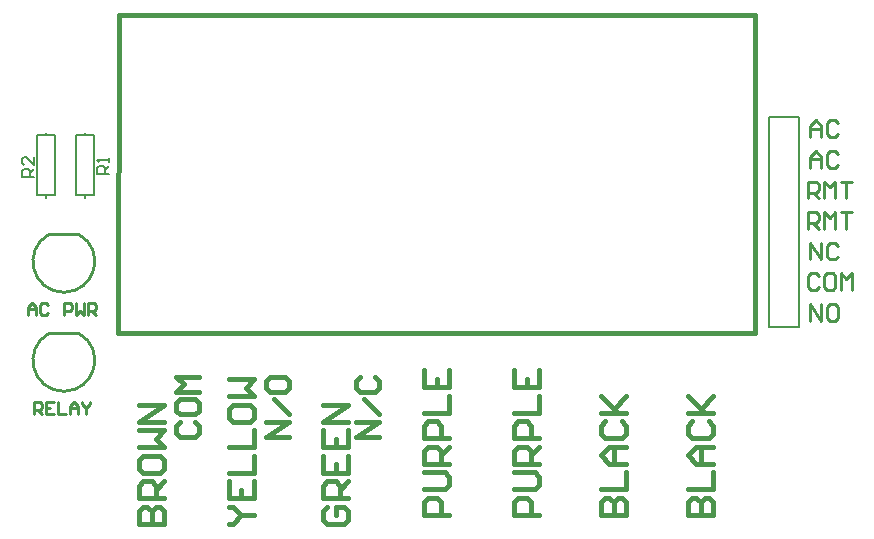
<source format=gto>
G04*
G04 #@! TF.GenerationSoftware,Altium Limited,Altium Designer,19.0.15 (446)*
G04*
G04 Layer_Color=65535*
%FSLAX25Y25*%
%MOIN*%
G70*
G01*
G75*
%ADD10C,0.01000*%
%ADD11C,0.01772*%
%ADD12C,0.00787*%
%ADD13C,0.01500*%
%ADD14C,0.00700*%
D10*
X12993Y104996D02*
G03*
X23007Y104996I5007J-8996D01*
G01*
X12993Y71996D02*
G03*
X23007Y71996I5007J-8996D01*
G01*
X13000Y105000D02*
X23000D01*
X13000Y72000D02*
X23000D01*
X266000Y106894D02*
Y112392D01*
X268749D01*
X269666Y111475D01*
Y109643D01*
X268749Y108726D01*
X266000D01*
X267833D02*
X269666Y106894D01*
X271498D02*
Y112392D01*
X273331Y110559D01*
X275164Y112392D01*
Y106894D01*
X276996Y112392D02*
X280662D01*
X278829D01*
Y106894D01*
X266833Y76287D02*
Y81786D01*
X270498Y76287D01*
Y81786D01*
X275080D02*
X273248D01*
X272331Y80869D01*
Y77204D01*
X273248Y76287D01*
X275080D01*
X275997Y77204D01*
Y80869D01*
X275080Y81786D01*
X269666Y91071D02*
X268749Y91988D01*
X266916D01*
X266000Y91071D01*
Y87406D01*
X266916Y86489D01*
X268749D01*
X269666Y87406D01*
X274247Y91988D02*
X272415D01*
X271498Y91071D01*
Y87406D01*
X272415Y86489D01*
X274247D01*
X275164Y87406D01*
Y91071D01*
X274247Y91988D01*
X276996Y86489D02*
Y91988D01*
X278829Y90155D01*
X280662Y91988D01*
Y86489D01*
X266833Y127298D02*
Y130963D01*
X268666Y132796D01*
X270498Y130963D01*
Y127298D01*
Y130047D01*
X266833D01*
X275997Y131880D02*
X275080Y132796D01*
X273248D01*
X272331Y131880D01*
Y128214D01*
X273248Y127298D01*
X275080D01*
X275997Y128214D01*
X266833Y137500D02*
Y141165D01*
X268666Y142998D01*
X270498Y141165D01*
Y137500D01*
Y140249D01*
X266833D01*
X275997Y142082D02*
X275080Y142998D01*
X273248D01*
X272331Y142082D01*
Y138416D01*
X273248Y137500D01*
X275080D01*
X275997Y138416D01*
X266000Y117096D02*
Y122594D01*
X268749D01*
X269666Y121677D01*
Y119845D01*
X268749Y118928D01*
X266000D01*
X267833D02*
X269666Y117096D01*
X271498D02*
Y122594D01*
X273331Y120761D01*
X275164Y122594D01*
Y117096D01*
X276996Y122594D02*
X280662D01*
X278829D01*
Y117096D01*
X266833Y96691D02*
Y102190D01*
X270498Y96691D01*
Y102190D01*
X275997Y101273D02*
X275080Y102190D01*
X273248D01*
X272331Y101273D01*
Y97608D01*
X273248Y96691D01*
X275080D01*
X275997Y97608D01*
X6000Y78000D02*
Y80666D01*
X7333Y81999D01*
X8666Y80666D01*
Y78000D01*
Y79999D01*
X6000D01*
X12664Y81332D02*
X11998Y81999D01*
X10665D01*
X9999Y81332D01*
Y78666D01*
X10665Y78000D01*
X11998D01*
X12664Y78666D01*
X17996Y78000D02*
Y81999D01*
X19996D01*
X20662Y81332D01*
Y79999D01*
X19996Y79333D01*
X17996D01*
X21995Y81999D02*
Y78000D01*
X23328Y79333D01*
X24661Y78000D01*
Y81999D01*
X25993Y78000D02*
Y81999D01*
X27993D01*
X28659Y81332D01*
Y79999D01*
X27993Y79333D01*
X25993D01*
X27326D02*
X28659Y78000D01*
X8000Y45000D02*
Y48999D01*
X9999D01*
X10666Y48332D01*
Y46999D01*
X9999Y46333D01*
X8000D01*
X9333D02*
X10666Y45000D01*
X14664Y48999D02*
X11999D01*
Y45000D01*
X14664D01*
X11999Y46999D02*
X13332D01*
X15997Y48999D02*
Y45000D01*
X18663D01*
X19996D02*
Y47666D01*
X21329Y48999D01*
X22662Y47666D01*
Y45000D01*
Y46999D01*
X19996D01*
X23995Y48999D02*
Y48332D01*
X25328Y46999D01*
X26661Y48332D01*
Y48999D01*
X25328Y46999D02*
Y45000D01*
D11*
X36062Y72165D02*
X36279Y178071D01*
X248299Y72165D02*
Y178071D01*
X83732D02*
X201842D01*
X36279D02*
X83732D01*
X201842D02*
X248299D01*
X36062Y72165D02*
X248299Y72165D01*
D12*
X253000Y74000D02*
Y144000D01*
Y74000D02*
X263000D01*
Y144000D01*
X253000D02*
X263000D01*
X25000Y118000D02*
X28000D01*
Y138000D01*
X22000D02*
X28000D01*
X22000Y118000D02*
Y138000D01*
Y118000D02*
X25000D01*
Y138000D02*
Y138900D01*
Y117100D02*
Y118000D01*
X12000D02*
X15000D01*
Y138000D01*
X9000D02*
X15000D01*
X9000Y118000D02*
Y138000D01*
Y118000D02*
X12000D01*
Y138000D02*
Y138900D01*
Y117100D02*
Y118000D01*
D13*
X105730Y14165D02*
X104314Y12749D01*
Y9916D01*
X105730Y8500D01*
X111395D01*
X112811Y9916D01*
Y12749D01*
X111395Y14165D01*
X108562D01*
Y11332D01*
X112811Y16997D02*
X104314D01*
Y21246D01*
X105730Y22662D01*
X108562D01*
X109978Y21246D01*
Y16997D01*
Y19830D02*
X112811Y22662D01*
X104314Y31159D02*
Y25495D01*
X112811D01*
Y31159D01*
X108562Y25495D02*
Y28327D01*
X104314Y39657D02*
Y33992D01*
X112811D01*
Y39657D01*
X108562Y33992D02*
Y36824D01*
X112811Y42489D02*
X104314D01*
X112811Y48154D01*
X104314D01*
X123000Y37500D02*
X115503D01*
X123000Y42498D01*
X115503D01*
X123000Y44998D02*
X118002Y49996D01*
X116752Y57494D02*
X115503Y56244D01*
Y53745D01*
X116752Y52495D01*
X121751D01*
X123000Y53745D01*
Y56244D01*
X121751Y57494D01*
X197003Y11500D02*
X205500D01*
Y15749D01*
X204084Y17165D01*
X202668D01*
X201251Y15749D01*
Y11500D01*
Y15749D01*
X199835Y17165D01*
X198419D01*
X197003Y15749D01*
Y11500D01*
Y19997D02*
X205500D01*
Y25662D01*
Y28495D02*
X199835D01*
X197003Y31327D01*
X199835Y34159D01*
X205500D01*
X201251D01*
Y28495D01*
X198419Y42657D02*
X197003Y41240D01*
Y38408D01*
X198419Y36992D01*
X204084D01*
X205500Y38408D01*
Y41240D01*
X204084Y42657D01*
X197003Y45489D02*
X205500D01*
X202668D01*
X197003Y51154D01*
X201251Y46905D01*
X205500Y51154D01*
X226003Y11500D02*
X234500D01*
Y15749D01*
X233084Y17165D01*
X231668D01*
X230251Y15749D01*
Y11500D01*
Y15749D01*
X228835Y17165D01*
X227419D01*
X226003Y15749D01*
Y11500D01*
Y19997D02*
X234500D01*
Y25662D01*
Y28495D02*
X228835D01*
X226003Y31327D01*
X228835Y34159D01*
X234500D01*
X230251D01*
Y28495D01*
X227419Y42657D02*
X226003Y41240D01*
Y38408D01*
X227419Y36992D01*
X233084D01*
X234500Y38408D01*
Y41240D01*
X233084Y42657D01*
X226003Y45489D02*
X234500D01*
X231668D01*
X226003Y51154D01*
X230251Y46905D01*
X234500Y51154D01*
X176500Y11500D02*
X168003D01*
Y15749D01*
X169419Y17165D01*
X172251D01*
X173668Y15749D01*
Y11500D01*
X168003Y19997D02*
X175084D01*
X176500Y21414D01*
Y24246D01*
X175084Y25662D01*
X168003D01*
X176500Y28495D02*
X168003D01*
Y32743D01*
X169419Y34159D01*
X172251D01*
X173668Y32743D01*
Y28495D01*
Y31327D02*
X176500Y34159D01*
Y36992D02*
X168003D01*
Y41240D01*
X169419Y42657D01*
X172251D01*
X173668Y41240D01*
Y36992D01*
X168003Y45489D02*
X176500D01*
Y51154D01*
X168003Y59651D02*
Y53986D01*
X176500D01*
Y59651D01*
X172251Y53986D02*
Y56819D01*
X146500Y11500D02*
X138003D01*
Y15749D01*
X139419Y17165D01*
X142251D01*
X143668Y15749D01*
Y11500D01*
X138003Y19997D02*
X145084D01*
X146500Y21414D01*
Y24246D01*
X145084Y25662D01*
X138003D01*
X146500Y28495D02*
X138003D01*
Y32743D01*
X139419Y34159D01*
X142251D01*
X143668Y32743D01*
Y28495D01*
Y31327D02*
X146500Y34159D01*
Y36992D02*
X138003D01*
Y41240D01*
X139419Y42657D01*
X142251D01*
X143668Y41240D01*
Y36992D01*
X138003Y45489D02*
X146500D01*
Y51154D01*
X138003Y59651D02*
Y53986D01*
X146500D01*
Y59651D01*
X142251Y53986D02*
Y56819D01*
X72948Y8500D02*
X74364D01*
X77196Y11332D01*
X74364Y14165D01*
X72948D01*
X77196Y11332D02*
X81445D01*
X72948Y22662D02*
Y16997D01*
X81445D01*
Y22662D01*
X77196Y16997D02*
Y19830D01*
X72948Y25495D02*
X81445D01*
Y31159D01*
X72948Y33992D02*
X81445D01*
Y39657D01*
X72948Y46738D02*
Y43905D01*
X74364Y42489D01*
X80029D01*
X81445Y43905D01*
Y46738D01*
X80029Y48154D01*
X74364D01*
X72948Y46738D01*
Y50986D02*
X81445D01*
X78613Y53819D01*
X81445Y56651D01*
X72948D01*
X43003Y8500D02*
X51500D01*
Y12749D01*
X50084Y14165D01*
X48668D01*
X47251Y12749D01*
Y8500D01*
Y12749D01*
X45835Y14165D01*
X44419D01*
X43003Y12749D01*
Y8500D01*
X51500Y16997D02*
X43003D01*
Y21246D01*
X44419Y22662D01*
X47251D01*
X48668Y21246D01*
Y16997D01*
Y19830D02*
X51500Y22662D01*
X43003Y29743D02*
Y26911D01*
X44419Y25495D01*
X50084D01*
X51500Y26911D01*
Y29743D01*
X50084Y31159D01*
X44419D01*
X43003Y29743D01*
Y33992D02*
X51500D01*
X48668Y36824D01*
X51500Y39657D01*
X43003D01*
X51500Y42489D02*
X43003D01*
X51500Y48154D01*
X43003D01*
X56752Y42498D02*
X55503Y41249D01*
Y38750D01*
X56752Y37500D01*
X61751D01*
X63000Y38750D01*
Y41249D01*
X61751Y42498D01*
X55503Y48746D02*
Y46247D01*
X56752Y44998D01*
X61751D01*
X63000Y46247D01*
Y48746D01*
X61751Y49996D01*
X56752D01*
X55503Y48746D01*
X63000Y52495D02*
X55503D01*
X58002Y54994D01*
X55503Y57494D01*
X63000D01*
X93000Y37500D02*
X85503D01*
X93000Y42498D01*
X85503D01*
X93000Y44998D02*
X88002Y49996D01*
X85503Y56244D02*
Y53745D01*
X86752Y52495D01*
X91751D01*
X93000Y53745D01*
Y56244D01*
X91751Y57494D01*
X86752D01*
X85503Y56244D01*
D14*
X8000Y124000D02*
X4001D01*
Y125999D01*
X4668Y126666D01*
X6001D01*
X6667Y125999D01*
Y124000D01*
Y125333D02*
X8000Y126666D01*
Y130665D02*
Y127999D01*
X5334Y130665D01*
X4668D01*
X4001Y129998D01*
Y128665D01*
X4668Y127999D01*
X33000Y125000D02*
X29001D01*
Y126999D01*
X29668Y127666D01*
X31001D01*
X31667Y126999D01*
Y125000D01*
Y126333D02*
X33000Y127666D01*
Y128999D02*
Y130332D01*
Y129665D01*
X29001D01*
X29668Y128999D01*
M02*

</source>
